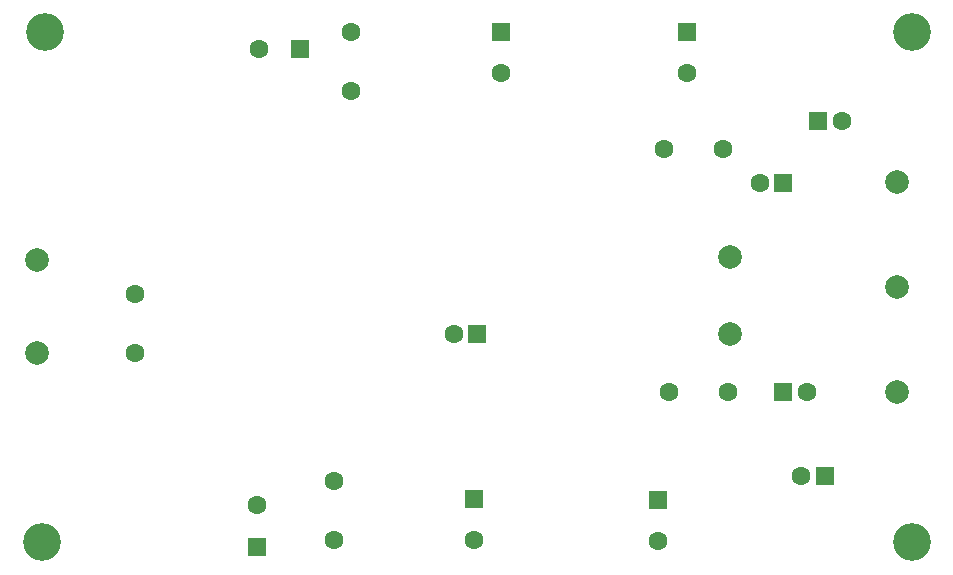
<source format=gbr>
G04 #@! TF.GenerationSoftware,KiCad,Pcbnew,(5.1.8-0-10_14)*
G04 #@! TF.CreationDate,2020-12-23T19:49:06+01:00*
G04 #@! TF.ProjectId,pre-amp-discret,7072652d-616d-4702-9d64-697363726574,rev?*
G04 #@! TF.SameCoordinates,Original*
G04 #@! TF.FileFunction,Soldermask,Bot*
G04 #@! TF.FilePolarity,Negative*
%FSLAX46Y46*%
G04 Gerber Fmt 4.6, Leading zero omitted, Abs format (unit mm)*
G04 Created by KiCad (PCBNEW (5.1.8-0-10_14)) date 2020-12-23 19:49:06*
%MOMM*%
%LPD*%
G01*
G04 APERTURE LIST*
%ADD10C,1.600000*%
%ADD11R,1.600000X1.600000*%
%ADD12C,2.000000*%
%ADD13C,3.200000*%
G04 APERTURE END LIST*
D10*
X162560000Y-143301600D03*
D11*
X162560000Y-139801600D03*
D10*
X164922200Y-103779200D03*
D11*
X164922200Y-100279200D03*
D10*
X160864800Y-125882400D03*
D11*
X162864800Y-125882400D03*
D10*
X144246600Y-140365600D03*
D11*
X144246600Y-143865600D03*
D10*
X144404200Y-101727000D03*
D11*
X147904200Y-101727000D03*
D10*
X178181000Y-143433800D03*
D11*
X178181000Y-139933800D03*
D10*
X180594000Y-103766500D03*
D11*
X180594000Y-100266500D03*
D10*
X190322200Y-137896600D03*
D11*
X192322200Y-137896600D03*
D10*
X190754000Y-130810000D03*
D11*
X188754000Y-130810000D03*
D10*
X193719200Y-107848400D03*
D11*
X191719200Y-107848400D03*
D10*
X186798200Y-113055400D03*
D11*
X188798200Y-113055400D03*
D10*
X150774400Y-138328400D03*
X150774400Y-143328400D03*
X152222200Y-100304600D03*
X152222200Y-105304600D03*
X184133500Y-130810000D03*
X179133500Y-130810000D03*
X178642000Y-110210600D03*
X183642000Y-110210600D03*
D12*
X184302400Y-119354600D03*
X184251600Y-125907800D03*
X198374000Y-121920000D03*
X125603000Y-127508000D03*
X198374000Y-130810000D03*
X125603000Y-119634000D03*
X198374000Y-113030000D03*
D13*
X126238000Y-100330000D03*
X125984000Y-143510000D03*
X199644000Y-143510000D03*
X199644000Y-100330000D03*
D10*
X133858000Y-127491500D03*
X133858000Y-122491500D03*
M02*

</source>
